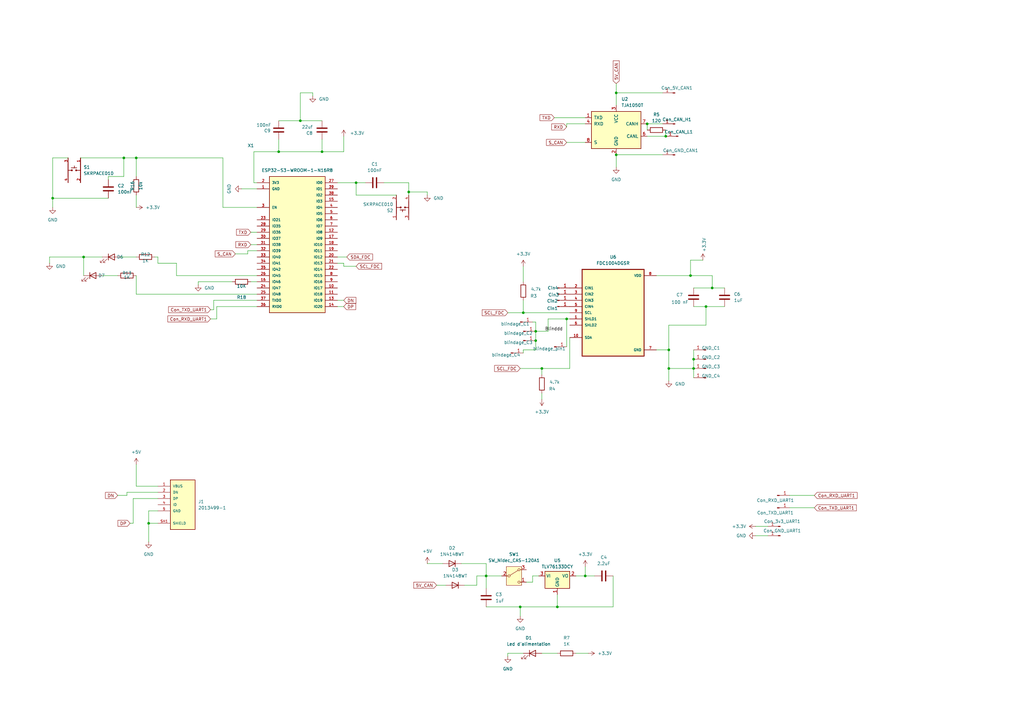
<source format=kicad_sch>
(kicad_sch (version 20250114) (generator "eeschema") (generator_version "9.0")
  (paper "A3")
  (lib_symbols
    (symbol "2013499-1:2013499-1" (pin_names (offset 1.016))
      (property "Reference" "J" (at -5.0918 10.922 0))
      (property "Value" "2013499-1" (at -5.0834 -12.7045 0))
      (symbol "2013499-1_0_0"
        (rectangle (start -5.08 -10.16) (end 5.08 10.16) (stroke (width 0.254)) (fill (type background)))
        (pin power_in line (at -10.16 7.62 0) (length 5.08) (name "VBUS") (number "1"))
        (pin bidirectional line (at -10.16 5.08 0) (length 5.08) (name "DN") (number "2"))
        (pin bidirectional line (at -10.16 2.54 0) (length 5.08) (name "DP") (number "3"))
        (pin bidirectional line (at -10.16 0 0) (length 5.08) (name "ID") (number "4"))
        (pin power_in line (at -10.16 -2.54 0) (length 5.08) (name "GND") (number "5"))
        (pin passive line (at -10.16 -7.62 0) (length 5.08) (name "SHIELD") (number "SH1"))
        (pin passive line (at -10.16 -7.62 0) (length 5.08) (hide yes) (name "SHIELD") (number "SH2"))
        (pin passive line (at -10.16 -7.62 0) (length 5.08) (hide yes) (name "SHIELD") (number "SH3"))
        (pin passive line (at -10.16 -7.62 0) (length 5.08) (hide yes) (name "SHIELD") (number "SH4"))
        (pin passive line (at -10.16 -7.62 0) (length 5.08) (hide yes) (name "SHIELD") (number "SH5"))
        (pin passive line (at -10.16 -7.62 0) (length 5.08) (hide yes) (name "SHIELD") (number "SH6"))
      )
    )
    (symbol "Connector:Conn_01x01_Pin" (pin_names (offset 1.016) (hide yes))
      (property "Reference" "J" (at 0 2.54 0))
      (property "Value" "Conn_01x01_Pin" (at 0 -2.54 0))
      (symbol "Conn_01x01_Pin_1_1"
        (rectangle (start 0.8636 0.127) (end 0 -0.127) (stroke (width 0.1524)) (fill (type outline)))
        (polyline (pts (xy 1.27 0) (xy 0.8636 0)) (stroke (width 0.1524)))
        (pin passive line (at 5.08 0 180) (length 3.81) (name "Pin_1") (number "1"))
      )
    )
    (symbol "Device:C" (pin_numbers (hide yes)) (pin_names (offset 0.254))
      (property "Reference" "C" (at 0.635 2.54 0))
      (property "Value" "C" (at 0.635 -2.54 0))
      (symbol "C_0_1"
        (polyline (pts (xy -2.032 0.762) (xy 2.032 0.762)) (stroke (width 0.508)))
        (polyline (pts (xy -2.032 -0.762) (xy 2.032 -0.762)) (stroke (width 0.508)))
      )
      (symbol "C_1_1"
        (pin passive line (at 0 3.81 270) (length 2.794) (name "~") (number "1"))
        (pin passive line (at 0 -3.81 90) (length 2.794) (name "~") (number "2"))
      )
    )
    (symbol "Device:R" (pin_numbers (hide yes)) (pin_names (offset 0))
      (property "Reference" "R" (at 2.032 0 90))
      (property "Value" "R" (at 0 0 90))
      (symbol "R_0_1"
        (rectangle (start -1.016 -2.54) (end 1.016 2.54) (stroke (width 0.254)))
      )
      (symbol "R_1_1"
        (pin passive line (at 0 3.81 270) (length 1.27) (name "~") (number "1"))
        (pin passive line (at 0 -3.81 90) (length 1.27) (name "~") (number "2"))
      )
    )
    (symbol "Diode:1N4148WT" (pin_numbers (hide yes)) (pin_names (hide yes))
      (property "Reference" "D" (at 0 2.54 0))
      (property "Value" "1N4148WT" (at 0 -2.54 0))
      (symbol "1N4148WT_0_1"
        (polyline (pts (xy -1.27 1.27) (xy -1.27 -1.27)) (stroke (width 0.254)))
        (polyline (pts (xy 1.27 1.27) (xy 1.27 -1.27) (xy -1.27 0) (xy 1.27 1.27)) (stroke (width 0.254)))
        (polyline (pts (xy 1.27 0) (xy -1.27 0)))
      )
      (symbol "1N4148WT_1_1"
        (pin passive line (at -3.81 0 0) (length 2.54) (name "K") (number "1"))
        (pin passive line (at 3.81 0 180) (length 2.54) (name "A") (number "2"))
      )
    )
    (symbol "ESP32-S3-WROOM-1-N16R8:ESP32-S3-WROOM-1-N16R8" (pin_names (offset 1.016))
      (property "Reference" "X" (at -1.27 5.08 0))
      (symbol "ESP32-S3-WROOM-1-N16R8_0_0"
        (rectangle (start 0 -55.88) (end 22.86 0) (stroke (width 0.254)) (fill (type background)))
        (pin bidirectional line (at -5.08 -2.54 0) (length 5.08) (name "3V3") (number "2"))
        (pin bidirectional line (at -5.08 -5.08 0) (length 5.08) (name "GND") (number "1"))
        (pin bidirectional line (at -5.08 -5.08 0) (length 5.08) (hide yes) (name "GND") (number "40"))
        (pin bidirectional line (at -5.08 -5.08 0) (length 5.08) (hide yes) (name "GND") (number "41"))
        (pin bidirectional line (at -5.08 -5.08 0) (length 5.08) (hide yes) (name "GND") (number "42"))
        (pin bidirectional line (at -5.08 -5.08 0) (length 5.08) (hide yes) (name "GND") (number "43"))
        (pin bidirectional line (at -5.08 -5.08 0) (length 5.08) (hide yes) (name "GND") (number "44"))
        (pin bidirectional line (at -5.08 -5.08 0) (length 5.08) (hide yes) (name "GND") (number "45"))
        (pin bidirectional line (at -5.08 -5.08 0) (length 5.08) (hide yes) (name "GND") (number "46"))
        (pin bidirectional line (at -5.08 -5.08 0) (length 5.08) (hide yes) (name "GND") (number "47"))
        (pin bidirectional line (at -5.08 -5.08 0) (length 5.08) (hide yes) (name "GND") (number "48"))
        (pin bidirectional line (at -5.08 -5.08 0) (length 5.08) (hide yes) (name "GND") (number "49"))
        (pin bidirectional line (at -5.08 -12.7 0) (length 5.08) (name "EN") (number "3"))
        (pin bidirectional line (at -5.08 -17.78 0) (length 5.08) (name "IO21") (number "23"))
        (pin bidirectional line (at -5.08 -20.32 0) (length 5.08) (name "IO35") (number "28"))
        (pin bidirectional line (at -5.08 -22.86 0) (length 5.08) (name "IO36") (number "29"))
        (pin bidirectional line (at -5.08 -25.4 0) (length 5.08) (name "IO37") (number "30"))
        (pin bidirectional line (at -5.08 -27.94 0) (length 5.08) (name "IO38") (number "31"))
        (pin bidirectional line (at -5.08 -30.48 0) (length 5.08) (name "IO39") (number "32"))
        (pin bidirectional line (at -5.08 -33.02 0) (length 5.08) (name "IO40") (number "33"))
        (pin bidirectional line (at -5.08 -35.56 0) (length 5.08) (name "IO41") (number "34"))
        (pin bidirectional line (at -5.08 -38.1 0) (length 5.08) (name "IO42") (number "35"))
        (pin bidirectional line (at -5.08 -40.64 0) (length 5.08) (name "IO45") (number "26"))
        (pin bidirectional line (at -5.08 -43.18 0) (length 5.08) (name "IO46") (number "16"))
        (pin bidirectional line (at -5.08 -45.72 0) (length 5.08) (name "IO47") (number "24"))
        (pin bidirectional line (at -5.08 -48.26 0) (length 5.08) (name "IO48") (number "25"))
        (pin bidirectional line (at -5.08 -50.8 0) (length 5.08) (name "TXD0") (number "37"))
        (pin bidirectional line (at -5.08 -53.34 0) (length 5.08) (name "RXD0") (number "36"))
        (pin bidirectional line (at 27.94 -2.54 180) (length 5.08) (name "IO0") (number "27"))
        (pin bidirectional line (at 27.94 -5.08 180) (length 5.08) (name "IO1") (number "39"))
        (pin bidirectional line (at 27.94 -7.62 180) (length 5.08) (name "IO2") (number "38"))
        (pin bidirectional line (at 27.94 -10.16 180) (length 5.08) (name "IO3") (number "15"))
        (pin bidirectional line (at 27.94 -12.7 180) (length 5.08) (name "IO4") (number "4"))
        (pin bidirectional line (at 27.94 -15.24 180) (length 5.08) (name "IO5") (number "5"))
        (pin bidirectional line (at 27.94 -17.78 180) (length 5.08) (name "IO6") (number "6"))
        (pin bidirectional line (at 27.94 -20.32 180) (length 5.08) (name "IO7") (number "7"))
        (pin bidirectional line (at 27.94 -22.86 180) (length 5.08) (name "IO8") (number "12"))
        (pin bidirectional line (at 27.94 -25.4 180) (length 5.08) (name "IO9") (number "17"))
        (pin bidirectional line (at 27.94 -27.94 180) (length 5.08) (name "IO10") (number "18"))
        (pin bidirectional line (at 27.94 -30.48 180) (length 5.08) (name "IO11") (number "19"))
        (pin bidirectional line (at 27.94 -33.02 180) (length 5.08) (name "IO12") (number "20"))
        (pin bidirectional line (at 27.94 -35.56 180) (length 5.08) (name "IO13") (number "21"))
        (pin bidirectional line (at 27.94 -38.1 180) (length 5.08) (name "IO14") (number "22"))
        (pin bidirectional line (at 27.94 -40.64 180) (length 5.08) (name "IO15") (number "8"))
        (pin bidirectional line (at 27.94 -43.18 180) (length 5.08) (name "IO16") (number "9"))
        (pin bidirectional line (at 27.94 -45.72 180) (length 5.08) (name "IO17") (number "10"))
        (pin bidirectional line (at 27.94 -48.26 180) (length 5.08) (name "IO18") (number "11"))
        (pin bidirectional line (at 27.94 -50.8 180) (length 5.08) (name "IO19") (number "13"))
        (pin bidirectional line (at 27.94 -53.34 180) (length 5.08) (name "IO20") (number "14"))
      )
    )
    (symbol "FDC1004DGSR:FDC1004DGSR" (pin_names (offset 1.016))
      (property "Reference" "U" (at -12.7 18.78 0))
      (property "Value" "FDC1004DGSR" (at -12.7 -21.78 0))
      (symbol "FDC1004DGSR_0_0"
        (rectangle (start -12.7 -17.78) (end 12.7 17.78) (stroke (width 0.41)) (fill (type background)))
        (pin input line (at -17.78 10.16 0) (length 5.08) (name "CIN1") (number "2"))
        (pin input line (at -17.78 7.62 0) (length 5.08) (name "CIN2") (number "3"))
        (pin input line (at -17.78 5.08 0) (length 5.08) (name "CIN3") (number "4"))
        (pin input line (at -17.78 2.54 0) (length 5.08) (name "CIN4") (number "5"))
        (pin input line (at -17.78 0 0) (length 5.08) (name "SCL") (number "9"))
        (pin input line (at -17.78 -2.54 0) (length 5.08) (name "SHLD1") (number "1"))
        (pin input line (at -17.78 -5.08 0) (length 5.08) (name "SHLD2") (number "6"))
        (pin bidirectional line (at -17.78 -10.16 0) (length 5.08) (name "SDA") (number "10"))
        (pin power_in line (at 17.78 15.24 180) (length 5.08) (name "VDD") (number "8"))
        (pin power_in line (at 17.78 -15.24 180) (length 5.08) (name "GND") (number "7"))
      )
    )
    (symbol "Interface_CAN_LIN:TJA1051T" (pin_names (offset 1.016))
      (property "Reference" "U" (at -10.16 8.89 0))
      (property "Value" "TJA1051T" (at 1.27 8.89 0))
      (symbol "TJA1051T_0_1"
        (rectangle (start -10.16 7.62) (end 10.16 -7.62) (stroke (width 0.254)) (fill (type background)))
      )
      (symbol "TJA1051T_1_1"
        (pin input line (at -12.7 5.08 0) (length 2.54) (name "TXD") (number "1"))
        (pin output line (at -12.7 2.54 0) (length 2.54) (name "RXD") (number "4"))
        (pin input line (at -12.7 -5.08 0) (length 2.54) (name "S") (number "8"))
        (pin no_connect line (at -10.16 -2.54 0) (length 2.54) (hide yes) (name "NC") (number "5"))
        (pin power_in line (at 0 10.16 270) (length 2.54) (name "VCC") (number "3"))
        (pin power_in line (at 0 -10.16 90) (length 2.54) (name "GND") (number "2"))
        (pin bidirectional line (at 12.7 2.54 180) (length 2.54) (name "CANH") (number "7"))
        (pin bidirectional line (at 12.7 -2.54 180) (length 2.54) (name "CANL") (number "6"))
      )
    )
    (symbol "LED:IR26-21C_L110_TR8" (pin_numbers (hide yes)) (pin_names (offset 1.016) (hide yes))
      (property "Reference" "D" (at 0 2.54 0))
      (property "Value" "IR26-21C_L110_TR8" (at 0 -3.81 0))
      (symbol "IR26-21C_L110_TR8_0_1"
        (polyline (pts (xy -3.048 -0.762) (xy -4.572 -2.286) (xy -3.81 -2.286) (xy -4.572 -2.286) (xy -4.572 -1.524)))
        (polyline (pts (xy -1.778 -0.762) (xy -3.302 -2.286) (xy -2.54 -2.286) (xy -3.302 -2.286) (xy -3.302 -1.524)))
        (polyline (pts (xy -1.27 0) (xy 1.27 0)))
        (polyline (pts (xy -1.27 -1.27) (xy -1.27 1.27)) (stroke (width 0.254)))
        (polyline (pts (xy 1.27 -1.27) (xy 1.27 1.27) (xy -1.27 0) (xy 1.27 -1.27)) (stroke (width 0.254)))
      )
      (symbol "IR26-21C_L110_TR8_1_1"
        (pin passive line (at -3.81 0 0) (length 2.54) (name "K") (number "1"))
        (pin passive line (at 3.81 0 180) (length 2.54) (name "A") (number "2"))
      )
    )
    (symbol "Regulator_Linear:TLV76133DCY"
      (property "Reference" "U" (at -7.62 6.35 0))
      (property "Value" "TLV76133DCY" (at -1.27 6.35 0))
      (symbol "TLV76133DCY_0_1"
        (rectangle (start -5.08 -5.08) (end 5.08 1.905) (stroke (width 0.254)) (fill (type background)))
      )
      (symbol "TLV76133DCY_1_1"
        (pin power_in line (at -7.62 0 0) (length 2.54) (name "VI") (number "3"))
        (pin power_in line (at 0 -7.62 90) (length 2.54) (name "GND") (number "1"))
        (pin power_out line (at 7.62 0 180) (length 2.54) (name "VO") (number "2"))
      )
    )
    (symbol "SKRPACE010:SKRPACE010" (pin_names (offset 1.016))
      (property "Reference" "S" (at -2.5431 5.0863 0))
      (property "Value" "SKRPACE010" (at -2.5442 -5.0884 0))
      (symbol "SKRPACE010_0_0"
        (polyline (pts (xy -5.08 2.54) (xy 5.08 2.54)) (stroke (width 0.254)))
        (polyline (pts (xy -2.54 2.54) (xy 0 2.54)) (stroke (width 0.254)))
        (polyline (pts (xy -2.54 -2.54) (xy 0 -2.54)) (stroke (width 0.254)))
        (polyline (pts (xy -1.016 1.016) (xy -1.016 0)) (stroke (width 0.254)))
        (polyline (pts (xy -1.016 0) (xy -1.778 0)) (stroke (width 0.254)))
        (polyline (pts (xy -1.016 0) (xy -1.016 -1.27)) (stroke (width 0.254)))
        (polyline (pts (xy 0 2.54) (xy 2.54 2.54)) (stroke (width 0.254)))
        (circle (center 0 0.762) (radius 0.254) (stroke (width 0.254)))
        (polyline (pts (xy 0 0.762) (xy 0 2.54)) (stroke (width 0.254)))
        (polyline (pts (xy 0 -1.016) (xy 0 -2.54)) (stroke (width 0.254)))
        (circle (center 0 -1.016) (radius 0.254) (stroke (width 0.254)))
        (polyline (pts (xy 0 -2.54) (xy 2.54 -2.54)) (stroke (width 0.254)))
        (polyline (pts (xy 5.08 -2.54) (xy -5.08 -2.54)) (stroke (width 0.254)))
        (pin bidirectional line (at -5.08 2.54 0) (length 2.54) (name "~") (number "1"))
        (pin bidirectional line (at -5.08 -2.54 0) (length 2.54) (name "~") (number "3"))
        (pin bidirectional line (at 5.08 2.54 180) (length 2.54) (name "~") (number "2"))
        (pin bidirectional line (at 5.08 -2.54 180) (length 2.54) (name "~") (number "4"))
      )
    )
    (symbol "Switch:SW_Nidec_CAS-120A1" (pin_names (offset 1) (hide yes))
      (property "Reference" "SW" (at 0 4.318 0))
      (property "Value" "SW_Nidec_CAS-120A1" (at 0 -5.08 0))
      (symbol "SW_Nidec_CAS-120A1_0_1"
        (circle (center -2.032 0) (radius 0.4572))
        (polyline (pts (xy -1.651 0.254) (xy 1.651 2.286)))
        (circle (center 2.032 2.54) (radius 0.4572))
        (circle (center 2.032 -2.54) (radius 0.4572))
      )
      (symbol "SW_Nidec_CAS-120A1_1_1"
        (rectangle (start -3.175 3.81) (end 3.175 -3.81) (fill (type background)))
        (pin passive line (at -5.08 0 0) (length 2.54) (name "B") (number "2"))
        (pin passive line (at 5.08 2.54 180) (length 2.54) (name "A") (number "3"))
        (pin passive line (at 5.08 -2.54 180) (length 2.54) (name "C") (number "1"))
      )
    )
    (symbol "power:+3.3V" (power) (pin_numbers (hide yes)) (pin_names (offset 0) (hide yes))
      (property "Value" "+3.3V" (at 0 3.556 0))
      (symbol "+3.3V_0_1"
        (polyline (pts (xy -0.762 1.27) (xy 0 2.54)))
        (polyline (pts (xy 0 2.54) (xy 0.762 1.27)))
        (polyline (pts (xy 0 0) (xy 0 2.54)))
      )
      (symbol "+3.3V_1_1"
        (pin power_in line (at 0 0 90) (length 0) (name "~") (number "1"))
      )
    )
    (symbol "power:+5V" (power) (pin_numbers (hide yes)) (pin_names (offset 0) (hide yes))
      (property "Value" "+5V" (at 0 3.556 0))
      (symbol "+5V_0_1"
        (polyline (pts (xy -0.762 1.27) (xy 0 2.54)))
        (polyline (pts (xy 0 2.54) (xy 0.762 1.27)))
        (polyline (pts (xy 0 0) (xy 0 2.54)))
      )
      (symbol "+5V_1_1"
        (pin power_in line (at 0 0 90) (length 0) (name "~") (number "1"))
      )
    )
    (symbol "power:GND" (power) (pin_numbers (hide yes)) (pin_names (offset 0) (hide yes))
      (property "Value" "GND" (at 0 -3.81 0))
      (symbol "GND_0_1"
        (polyline (pts (xy 0 0) (xy 0 -1.27) (xy 1.27 -1.27) (xy 0 -2.54) (xy -1.27 -1.27) (xy 0 -1.27)))
      )
      (symbol "GND_1_1"
        (pin power_in line (at 0 0 270) (length 0) (name "~") (number "1"))
      )
    )
  )
  (junction (at 55.88 64.77))
  (junction (at 289.56 125.73))
  (junction (at 60.96 214.63))
  (junction (at 132.08 62.23))
  (junction (at 274.32 143.51))
  (junction (at 123.19 49.53))
  (junction (at 283.21 113.03))
  (junction (at 284.48 151.13))
  (junction (at 273.05 55.88))
  (junction (at 265.43 50.8))
  (junction (at 21.59 81.28))
  (junction (at 50.8 64.77))
  (junction (at 219.71 139.7))
  (junction (at 232.41 130.81))
  (junction (at 252.73 63.5))
  (junction (at 292.1 118.11))
  (junction (at 199.39 236.22))
  (junction (at 240.03 236.22))
  (junction (at 146.05 74.93))
  (junction (at 274.32 151.13))
  (junction (at 252.73 38.1))
  (junction (at 114.3 62.23))
  (junction (at 167.64 78.74))
  (junction (at 214.63 128.27))
  (junction (at 213.36 248.92))
  (junction (at 284.48 147.32))
  (junction (at 219.71 135.89))
  (junction (at 228.6 248.92))
  (junction (at 34.29 105.41))
  (junction (at 222.25 151.13))
  (wire (pts (xy 34.29 105.41) (xy 34.29 113.03)))
  (wire (pts (xy 208.28 267.97) (xy 208.28 269.24)))
  (wire (pts (xy 232.41 50.8) (xy 240.03 50.8)))
  (wire (pts (xy 284.48 151.13) (xy 284.48 154.94)))
  (wire (pts (xy 41.91 113.03) (xy 48.26 113.03)))
  (wire (pts (xy 87.63 123.19) (xy 105.41 123.19)))
  (wire (pts (xy 179.07 240.03) (xy 182.88 240.03)))
  (wire (pts (xy 146.05 74.93) (xy 149.86 74.93)))
  (wire (pts (xy 49.53 105.41) (xy 55.88 105.41)))
  (wire (pts (xy 146.05 74.93) (xy 138.43 74.93)))
  (wire (pts (xy 284.48 147.32) (xy 284.48 151.13)))
  (wire (pts (xy 102.87 95.25) (xy 105.41 95.25)))
  (wire (pts (xy 232.41 52.07) (xy 232.41 50.8)))
  (wire (pts (xy 251.46 248.92) (xy 228.6 248.92)))
  (wire (pts (xy 232.41 130.81) (xy 232.41 142.24)))
  (wire (pts (xy 309.88 219.71) (xy 314.96 219.71)))
  (wire (pts (xy 214.63 109.22) (xy 214.63 115.57)))
  (wire (pts (xy 214.63 143.51) (xy 219.71 143.51)))
  (wire (pts (xy 21.59 81.28) (xy 44.45 81.28)))
  (wire (pts (xy 146.05 80.01) (xy 146.05 74.93)))
  (wire (pts (xy 222.25 267.97) (xy 228.6 267.97)))
  (wire (pts (xy 167.64 78.74) (xy 175.26 78.74)))
  (wire (pts (xy 60.96 209.55) (xy 60.96 214.63)))
  (wire (pts (xy 132.08 62.23) (xy 114.3 62.23)))
  (wire (pts (xy 21.59 81.28) (xy 21.59 85.09)))
  (wire (pts (xy 105.41 113.03) (xy 72.39 113.03)))
  (wire (pts (xy 283.21 106.68) (xy 283.21 113.03)))
  (wire (pts (xy 104.14 74.93) (xy 105.41 74.93)))
  (wire (pts (xy 219.71 135.89) (xy 224.79 135.89)))
  (wire (pts (xy 20.32 105.41) (xy 34.29 105.41)))
  (wire (pts (xy 64.77 105.41) (xy 64.77 107.95)))
  (wire (pts (xy 240.03 58.42) (xy 232.41 58.42)))
  (wire (pts (xy 215.9 238.76) (xy 218.44 238.76)))
  (wire (pts (xy 64.77 201.93) (xy 52.07 201.93)))
  (wire (pts (xy 138.43 107.95) (xy 140.97 107.95)))
  (wire (pts (xy 218.44 238.76) (xy 218.44 236.22)))
  (wire (pts (xy 189.23 231.14) (xy 199.39 231.14)))
  (wire (pts (xy 50.8 64.77) (xy 55.88 64.77)))
  (wire (pts (xy 72.39 113.03) (xy 72.39 107.95)))
  (wire (pts (xy 33.02 64.77) (xy 50.8 64.77)))
  (wire (pts (xy 138.43 125.73) (xy 140.97 125.73)))
  (wire (pts (xy 240.03 232.41) (xy 240.03 236.22)))
  (wire (pts (xy 208.28 128.27) (xy 214.63 128.27)))
  (wire (pts (xy 157.48 74.93) (xy 167.64 74.93)))
  (wire (pts (xy 167.64 74.93) (xy 167.64 78.74)))
  (wire (pts (xy 214.63 123.19) (xy 214.63 128.27)))
  (wire (pts (xy 213.36 248.92) (xy 228.6 248.92)))
  (wire (pts (xy 273.05 53.34) (xy 273.05 55.88)))
  (wire (pts (xy 54.61 204.47) (xy 54.61 214.63)))
  (wire (pts (xy 265.43 50.8) (xy 265.43 53.34)))
  (wire (pts (xy 20.32 105.41) (xy 20.32 107.95)))
  (wire (pts (xy 123.19 49.53) (xy 123.19 38.1)))
  (wire (pts (xy 284.48 118.11) (xy 292.1 118.11)))
  (wire (pts (xy 218.44 236.22) (xy 220.98 236.22)))
  (wire (pts (xy 227.33 48.26) (xy 240.03 48.26)))
  (wire (pts (xy 284.48 143.51) (xy 284.48 147.32)))
  (wire (pts (xy 102.87 115.57) (xy 105.41 115.57)))
  (wire (pts (xy 292.1 118.11) (xy 292.1 113.03)))
  (wire (pts (xy 105.41 125.73) (xy 88.9 125.73)))
  (wire (pts (xy 289.56 125.73) (xy 289.56 133.35)))
  (wire (pts (xy 60.96 214.63) (xy 64.77 214.63)))
  (wire (pts (xy 123.19 49.53) (xy 114.3 49.53)))
  (wire (pts (xy 21.59 64.77) (xy 21.59 81.28)))
  (wire (pts (xy 114.3 62.23) (xy 114.3 57.15)))
  (wire (pts (xy 219.71 143.51) (xy 219.71 139.7)))
  (wire (pts (xy 233.68 138.43) (xy 233.68 151.13)))
  (wire (pts (xy 64.77 199.39) (xy 55.88 199.39)))
  (wire (pts (xy 55.88 113.03) (xy 55.88 120.65)))
  (wire (pts (xy 86.36 127) (xy 87.63 127)))
  (wire (pts (xy 64.77 209.55) (xy 60.96 209.55)))
  (wire (pts (xy 292.1 118.11) (xy 297.18 118.11)))
  (wire (pts (xy 63.5 105.41) (xy 64.77 105.41)))
  (wire (pts (xy 52.07 203.2) (xy 48.26 203.2)))
  (wire (pts (xy 91.44 85.09) (xy 105.41 85.09)))
  (wire (pts (xy 289.56 125.73) (xy 297.18 125.73)))
  (wire (pts (xy 146.05 80.01) (xy 162.56 80.01)))
  (wire (pts (xy 252.73 34.29) (xy 252.73 38.1)))
  (wire (pts (xy 55.88 80.01) (xy 55.88 85.09)))
  (wire (pts (xy 132.08 62.23) (xy 132.08 57.15)))
  (wire (pts (xy 199.39 231.14) (xy 199.39 236.22)))
  (wire (pts (xy 195.58 240.03) (xy 195.58 236.22)))
  (wire (pts (xy 274.32 151.13) (xy 284.48 151.13)))
  (wire (pts (xy 167.64 78.74) (xy 167.64 80.01)))
  (wire (pts (xy 289.56 133.35) (xy 274.32 133.35)))
  (wire (pts (xy 208.28 267.97) (xy 214.63 267.97)))
  (wire (pts (xy 101.6 104.14) (xy 101.6 102.87)))
  (wire (pts (xy 222.25 163.83) (xy 222.25 161.29)))
  (wire (pts (xy 252.73 68.58) (xy 252.73 63.5)))
  (wire (pts (xy 269.24 143.51) (xy 274.32 143.51)))
  (wire (pts (xy 55.88 64.77) (xy 91.44 64.77)))
  (wire (pts (xy 81.28 115.57) (xy 81.28 116.84)))
  (wire (pts (xy 274.32 143.51) (xy 274.32 151.13)))
  (wire (pts (xy 54.61 214.63) (xy 53.34 214.63)))
  (wire (pts (xy 87.63 127) (xy 87.63 123.19)))
  (wire (pts (xy 138.43 123.19) (xy 140.97 123.19)))
  (wire (pts (xy 88.9 130.81) (xy 86.36 130.81)))
  (wire (pts (xy 64.77 107.95) (xy 72.39 107.95)))
  (wire (pts (xy 284.48 125.73) (xy 289.56 125.73)))
  (wire (pts (xy 219.71 135.89) (xy 219.71 139.7)))
  (wire (pts (xy 140.97 109.22) (xy 146.05 109.22)))
  (wire (pts (xy 251.46 236.22) (xy 251.46 248.92)))
  (wire (pts (xy 265.43 55.88) (xy 273.05 55.88)))
  (wire (pts (xy 199.39 236.22) (xy 199.39 241.3)))
  (wire (pts (xy 252.73 63.5) (xy 271.78 63.5)))
  (wire (pts (xy 240.03 236.22) (xy 243.84 236.22)))
  (wire (pts (xy 140.97 107.95) (xy 140.97 109.22)))
  (wire (pts (xy 105.41 120.65) (xy 55.88 120.65)))
  (wire (pts (xy 213.36 248.92) (xy 213.36 252.73)))
  (wire (pts (xy 233.68 130.81) (xy 232.41 130.81)))
  (wire (pts (xy 274.32 156.21) (xy 274.32 151.13)))
  (wire (pts (xy 288.29 106.68) (xy 283.21 106.68)))
  (wire (pts (xy 140.97 55.88) (xy 140.97 62.23)))
  (wire (pts (xy 128.27 38.1) (xy 123.19 38.1)))
  (wire (pts (xy 236.22 267.97) (xy 241.3 267.97)))
  (wire (pts (xy 175.26 80.01) (xy 175.26 78.74)))
  (wire (pts (xy 175.26 231.14) (xy 181.61 231.14)))
  (wire (pts (xy 55.88 199.39) (xy 55.88 190.5)))
  (wire (pts (xy 274.32 133.35) (xy 274.32 143.51)))
  (wire (pts (xy 228.6 248.92) (xy 228.6 243.84)))
  (wire (pts (xy 96.52 104.14) (xy 101.6 104.14)))
  (wire (pts (xy 219.71 132.08) (xy 219.71 135.89)))
  (wire (pts (xy 99.06 77.47) (xy 105.41 77.47)))
  (wire (pts (xy 236.22 236.22) (xy 240.03 236.22)))
  (wire (pts (xy 60.96 214.63) (xy 60.96 222.25)))
  (wire (pts (xy 88.9 125.73) (xy 88.9 130.81)))
  (wire (pts (xy 232.41 130.81) (xy 224.79 130.81)))
  (wire (pts (xy 104.14 62.23) (xy 104.14 74.93)))
  (wire (pts (xy 102.87 100.33) (xy 105.41 100.33)))
  (wire (pts (xy 199.39 236.22) (xy 205.74 236.22)))
  (wire (pts (xy 323.85 208.28) (xy 334.01 208.28)))
  (wire (pts (xy 44.45 73.66) (xy 44.45 72.39)))
  (wire (pts (xy 283.21 113.03) (xy 269.24 113.03)))
  (wire (pts (xy 309.88 215.9) (xy 314.96 215.9)))
  (wire (pts (xy 265.43 50.8) (xy 271.78 50.8)))
  (wire (pts (xy 21.59 64.77) (xy 27.94 64.77)))
  (wire (pts (xy 34.29 105.41) (xy 41.91 105.41)))
  (wire (pts (xy 214.63 143.51) (xy 214.63 144.78)))
  (wire (pts (xy 132.08 49.53) (xy 123.19 49.53)))
  (wire (pts (xy 50.8 72.39) (xy 50.8 64.77)))
  (wire (pts (xy 101.6 102.87) (xy 105.41 102.87)))
  (wire (pts (xy 44.45 72.39) (xy 50.8 72.39)))
  (wire (pts (xy 199.39 248.92) (xy 213.36 248.92)))
  (wire (pts (xy 64.77 204.47) (xy 54.61 204.47)))
  (wire (pts (xy 252.73 38.1) (xy 271.78 38.1)))
  (wire (pts (xy 55.88 64.77) (xy 55.88 72.39)))
  (wire (pts (xy 213.36 151.13) (xy 222.25 151.13)))
  (wire (pts (xy 138.43 105.41) (xy 142.24 105.41)))
  (wire (pts (xy 222.25 153.67) (xy 222.25 151.13)))
  (wire (pts (xy 214.63 128.27) (xy 233.68 128.27)))
  (wire (pts (xy 323.85 203.2) (xy 334.01 203.2)))
  (wire (pts (xy 190.5 240.03) (xy 195.58 240.03)))
  (wire (pts (xy 195.58 236.22) (xy 199.39 236.22)))
  (wire (pts (xy 128.27 39.37) (xy 128.27 38.1)))
  (wire (pts (xy 292.1 113.03) (xy 283.21 113.03)))
  (wire (pts (xy 233.68 151.13) (xy 222.25 151.13)))
  (wire (pts (xy 252.73 43.18) (xy 252.73 38.1)))
  (wire (pts (xy 140.97 62.23) (xy 132.08 62.23)))
  (wire (pts (xy 218.44 132.08) (xy 219.71 132.08)))
  (wire (pts (xy 52.07 201.93) (xy 52.07 203.2)))
  (wire (pts (xy 91.44 64.77) (xy 91.44 85.09)))
  (wire (pts (xy 224.79 130.81) (xy 224.79 135.89)))
  (wire (pts (xy 81.28 115.57) (xy 95.25 115.57)))
  (wire (pts (xy 104.14 62.23) (xy 114.3 62.23)))
  (label "Blinddd" (at 223.52 135.89 0))
  (global_label "DP" (shape input) (at 140.97 125.73 0) (property "Intersheetrefs" "${INTERSHEET_REFS}" (effects (hide yes))))
  (global_label "TXD" (shape input) (at 227.33 48.26 180) (property "Intersheetrefs" "${INTERSHEET_REFS}" (effects (hide yes))))
  (global_label "TXD" (shape input) (at 102.87 95.25 180) (property "Intersheetrefs" "${INTERSHEET_REFS}" (effects (hide yes))))
  (global_label "Con_TXD_UART1" (shape input) (at 334.01 208.28 0) (property "Intersheetrefs" "${INTERSHEET_REFS}" (effects (hide yes))))
  (global_label "Con_RXD_UART1" (shape input) (at 334.01 203.2 0) (property "Intersheetrefs" "${INTERSHEET_REFS}" (effects (hide yes))))
  (global_label "S_CAN" (shape input) (at 232.41 58.42 180) (property "Intersheetrefs" "${INTERSHEET_REFS}" (effects (hide yes))))
  (global_label "RXD" (shape input) (at 232.41 52.07 180) (property "Intersheetrefs" "${INTERSHEET_REFS}" (effects (hide yes))))
  (global_label "SCL_FDC" (shape input) (at 213.36 151.13 180) (property "Intersheetrefs" "${INTERSHEET_REFS}" (effects (hide yes))))
  (global_label "DN" (shape input) (at 140.97 123.19 0) (property "Intersheetrefs" "${INTERSHEET_REFS}" (effects (hide yes))))
  (global_label "DN" (shape input) (at 48.26 203.2 180) (property "Intersheetrefs" "${INTERSHEET_REFS}" (effects (hide yes))))
  (global_label "DP" (shape input) (at 53.34 214.63 180) (property "Intersheetrefs" "${INTERSHEET_REFS}" (effects (hide yes))))
  (global_label "S_CAN" (shape input) (at 96.52 104.14 180) (property "Intersheetrefs" "${INTERSHEET_REFS}" (effects (hide yes))))
  (global_label "5V_CAN" (shape input) (at 179.07 240.03 180) (property "Intersheetrefs" "${INTERSHEET_REFS}" (effects (hide yes))))
  (global_label "RXD" (shape input) (at 102.87 100.33 180) (property "Intersheetrefs" "${INTERSHEET_REFS}" (effects (hide yes))))
  (global_label "SDA_FDC" (shape input) (at 142.24 105.41 0) (property "Intersheetrefs" "${INTERSHEET_REFS}" (effects (hide yes))))
  (global_label "SCL_FDC" (shape input) (at 146.05 109.22 0) (property "Intersheetrefs" "${INTERSHEET_REFS}" (effects (hide yes))))
  (global_label "Con_RXD_UART1" (shape input) (at 86.36 130.81 180) (property "Intersheetrefs" "${INTERSHEET_REFS}" (effects (hide yes))))
  (global_label "5V_CAN" (shape input) (at 252.73 34.29 90) (property "Intersheetrefs" "${INTERSHEET_REFS}" (effects (hide yes))))
  (global_label "Con_TXD_UART1" (shape input) (at 86.36 127 180) (property "Intersheetrefs" "${INTERSHEET_REFS}" (effects (hide yes))))
  (global_label "SCL_FDC" (shape input) (at 208.28 128.27 180) (property "Intersheetrefs" "${INTERSHEET_REFS}" (effects (hide yes))))
  (symbol (lib_id "LED:IR26-21C_L110_TR8") (at 218.44 267.97 0) (unit 1)
    (property "Reference" "D1" (at 216.8525 261.62 0))
    (property "Value" "Led d'alimentation" (at 216.8525 264.16 0))
    (property "Footprint" "LED_SMD:LED_1206_3216Metric" (effects (hide yes)))
    (property "Datasheet" "http://www.everlight.com/file/ProductFile/IR26-21C-L110-TR8.pdf" (effects (hide yes)))
    (property "Description" "940nm, 20 deg, Infrared LED, 1206" (effects (hide yes)))
  )
  (symbol (lib_id "Connector:Conn_01x01_Pin") (at 228.6 120.65 0) (unit 1)
    (property "Reference" "Cin3" (at 227.076 120.904 0))
    (property "Value" "Conn_01x01_Pin" (effects (hide yes)))
    (property "Footprint" "Connector_PinHeader_1.00mm:PinHeader_1x01_P1.00mm_Vertical" (effects (hide yes)))
    (property "Description" "Generic connector, single row, 01x01, script generated" (effects (hide yes)))
  )
  (symbol (lib_id "power:+3.3V") (at 241.3 267.97 270) (unit 1)
    (property "Reference" "#PWR020" (effects (hide yes)))
    (property "Value" "+3.3V" (at 245.11 267.9699 90) (effects (justify left)))
    (property "Description" "Power symbol creates a global label with name \"+3.3V\"" (effects (hide yes)))
  )
  (symbol (lib_id "Device:C") (at 44.45 77.47 180) (unit 1)
    (property "Reference" "C2" (at 48.26 76.1999 0) (effects (justify right)))
    (property "Value" "100nF" (at 48.26 78.7399 0) (effects (justify right)))
    (property "Footprint" "Capacitor_SMD:CP_Elec_3x5.3" (effects (hide yes)))
    (property "Description" "Unpolarized capacitor" (effects (hide yes)))
  )
  (symbol (lib_id "Device:R") (at 214.63 119.38 180) (unit 1)
    (property "Reference" "R3" (at 220.218 121.412 0) (effects (justify left)))
    (property "Value" "4.7k" (at 221.996 118.618 0) (effects (justify left)))
    (property "Footprint" "Resistor_SMD:R_0201_0603Metric" (effects (hide yes)))
    (property "Description" "Resistor" (effects (hide yes)))
  )
  (symbol (lib_id "power:GND") (at 309.88 219.71 270) (unit 1)
    (property "Reference" "#PWR05" (effects (hide yes)))
    (property "Value" "GND" (at 306.07 219.7099 90) (effects (justify right)))
    (property "Description" "Power symbol creates a global label with name \"GND\" , ground" (effects (hide yes)))
  )
  (symbol (lib_id "Connector:Conn_01x01_Pin") (at 276.86 38.1 180) (unit 1)
    (property "Reference" "Con_5V_CAN1" (at 277.622 36.068 0))
    (property "Value" "Conn_01x01_Pin" (effects (hide yes)))
    (property "Footprint" "Connector_PinHeader_1.00mm:PinHeader_1x01_P1.00mm_Vertical" (effects (hide yes)))
    (property "Description" "Generic connector, single row, 01x01, script generated" (effects (hide yes)))
  )
  (symbol (lib_id "Device:R") (at 55.88 76.2 180) (unit 1)
    (property "Reference" "R16" (at 54.356 76.2 90))
    (property "Value" "10k" (at 57.658 76.2 90))
    (property "Footprint" "Resistor_SMD:R_0201_0603Metric" (effects (hide yes)))
    (property "Description" "Resistor" (effects (hide yes)))
  )
  (symbol (lib_id "power:GND") (at 128.27 39.37 0) (unit 1)
    (property "Reference" "#PWR025" (effects (hide yes)))
    (property "Value" "GND" (at 130.81 40.6399 0) (effects (justify left)))
    (property "Description" "Power symbol creates a global label with name \"GND\" , ground" (effects (hide yes)))
  )
  (symbol (lib_id "Device:R") (at 99.06 115.57 90) (unit 1)
    (property "Reference" "R18" (at 99.06 121.92 90))
    (property "Value" "10K" (at 99.06 117.348 90))
    (property "Footprint" "Resistor_SMD:R_0201_0603Metric" (effects (hide yes)))
    (property "Description" "Resistor" (effects (hide yes)))
  )
  (symbol (lib_id "Connector:Conn_01x01_Pin") (at 289.56 154.94 180) (unit 1)
    (property "Reference" "GND_C4" (at 291.592 154.178 0))
    (property "Value" "Conn_01x01_Pin" (effects (hide yes)))
    (property "Footprint" "Connector_PinHeader_1.00mm:PinHeader_1x01_P1.00mm_Vertical" (effects (hide yes)))
    (property "Description" "Generic connector, single row, 01x01, script generated" (effects (hide yes)))
  )
  (symbol (lib_id "ESP32-S3-WROOM-1-N16R8:ESP32-S3-WROOM-1-N16R8") (at 110.49 72.39 0) (unit 1)
    (property "Reference" "X1" (at 102.87 59.69 0))
    (property "Value" "ESP32-S3-WROOM-1-N16R8" (at 121.92 69.85 0))
    (property "Footprint" "ESP32-S3-WROOM-1-N16R8:ESP32S3WROOM1N8R2" (effects (hide yes)))
    (property "MF" "Espressif Systems" (effects (hide yes)))
    (property "DESCRIPTION" "SMD MODULE, ESP32-S3R8 WITH 3.3V" (effects (hide yes)))
    (property "Package" "NON STANDARD Espressif Systems" (effects (hide yes)))
    (property "SUPPLIER_PART_NUMBER" "1965-ESP32-S3-WROOM-1-N16R8CT-ND" (effects (hide yes)))
    (property "Price" "None" (effects (hide yes)))
    (property "Check_prices" "https://www.snapeda.com/parts/ESP32-S3-WROOM-1-N16R8/Espressif+Systems/view-part/?ref=eda" (effects (hide yes)))
    (property "VALUE" "ESP32-S3-WROOM-1-N16R8" (effects (hide yes)))
    (property "SUPPLIER" "Digikey" (effects (hide yes)))
    (property "SnapEDA_Link" "https://www.snapeda.com/parts/ESP32-S3-WROOM-1-N16R8/Espressif+Systems/view-part/?ref=snap" (effects (hide yes)))
    (property "MP" "ESP32-S3-WROOM-1-N16R8" (effects (hide yes)))
    (property "FOOTPRINT" "SMD" (effects (hide yes)))
    (property "Description_1" "Module émetteur-récepteur Bluetooth, Wi-Fi 802.11b/g/n, Bluetooth v5.0 2,4 GHz, montage en surface sur circuit imprimé." (effects (hide yes)))
    (property "Availability" "In Stock" (effects (hide yes)))
    (property "MANUFACTURER_PART_NUMBER" "ESP32-S3-WROOM-1-N16R8" (effects (hide yes)))
  )
  (symbol (lib_id "Device:R") (at 222.25 157.48 180) (unit 1)
    (property "Reference" "R4" (at 227.838 159.512 0) (effects (justify left)))
    (property "Value" "4.7k" (at 229.616 156.718 0) (effects (justify left)))
    (property "Footprint" "Resistor_SMD:R_0201_0603Metric" (effects (hide yes)))
    (property "Description" "Resistor" (effects (hide yes)))
  )
  (symbol (lib_id "power:GND") (at 175.26 80.01 0) (unit 1)
    (property "Reference" "#PWR04" (effects (hide yes)))
    (property "Value" "GND" (at 177.8 81.2799 0) (effects (justify left)))
    (property "Description" "Power symbol creates a global label with name \"GND\" , ground" (effects (hide yes)))
  )
  (symbol (lib_id "Connector:Conn_01x01_Pin") (at 214.63 139.7 0) (unit 1)
    (property "Reference" "blindage_C3" (at 212.598 140.462 0))
    (property "Value" "Conn_01x01_Pin" (effects (hide yes)))
    (property "Footprint" "Connector_PinHeader_1.00mm:PinHeader_1x01_P1.00mm_Vertical" (effects (hide yes)))
    (property "Description" "Generic connector, single row, 01x01, script generated" (effects (hide yes)))
  )
  (symbol (lib_id "Connector:Conn_01x01_Pin") (at 289.56 143.51 180) (unit 1)
    (property "Reference" "GND_C1" (at 291.592 142.748 0))
    (property "Value" "Conn_01x01_Pin" (effects (hide yes)))
    (property "Footprint" "Connector_PinHeader_1.00mm:PinHeader_1x01_P1.00mm_Vertical" (effects (hide yes)))
    (property "Description" "Generic connector, single row, 01x01, script generated" (effects (hide yes)))
  )
  (symbol (lib_id "power:+3.3V") (at 222.25 163.83 180) (unit 1)
    (property "Reference" "#PWR018" (effects (hide yes)))
    (property "Value" "+3.3V" (at 222.25 168.91 0))
    (property "Description" "Power symbol creates a global label with name \"+3.3V\"" (effects (hide yes)))
  )
  (symbol (lib_id "power:GND") (at 60.96 222.25 0) (unit 1)
    (property "Reference" "#PWR02" (effects (hide yes)))
    (property "Value" "GND" (at 60.96 227.33 0))
    (property "Description" "Power symbol creates a global label with name \"GND\" , ground" (effects (hide yes)))
  )
  (symbol (lib_id "power:GND") (at 20.32 107.95 0) (unit 1)
    (property "Reference" "#PWR024" (effects (hide yes)))
    (property "Value" "GND" (at 22.86 109.2199 0) (effects (justify left)))
    (property "Description" "Power symbol creates a global label with name \"GND\" , ground" (effects (hide yes)))
  )
  (symbol (lib_id "Device:R") (at 52.07 113.03 90) (unit 1)
    (property "Reference" "R13" (at 52.07 112.014 90))
    (property "Value" "1K" (at 52.07 113.792 90))
    (property "Footprint" "Resistor_SMD:R_0201_0603Metric" (effects (hide yes)))
    (property "Description" "Resistor" (effects (hide yes)))
  )
  (symbol (lib_id "Device:C") (at 132.08 53.34 0) (unit 1)
    (property "Reference" "C8" (at 128.27 54.6101 0) (effects (justify right)))
    (property "Value" "22uf" (at 128.27 52.0701 0) (effects (justify right)))
    (property "Footprint" "Capacitor_SMD:CP_Elec_3x5.3" (effects (hide yes)))
    (property "Description" "Unpolarized capacitor" (effects (hide yes)))
  )
  (symbol (lib_id "Connector:Conn_01x01_Pin") (at 228.6 118.11 0) (unit 1)
    (property "Reference" "Cin4" (at 226.822 118.11 0))
    (property "Value" "Conn_01x01_Pin" (effects (hide yes)))
    (property "Footprint" "Connector_PinHeader_1.00mm:PinHeader_1x01_P1.00mm_Vertical" (effects (hide yes)))
    (property "Description" "Generic connector, single row, 01x01, script generated" (effects (hide yes)))
  )
  (symbol (lib_id "2013499-1:2013499-1") (at 74.93 207.01 0) (unit 1)
    (property "Reference" "J1" (at 81.28 205.7399 0) (effects (justify left)))
    (property "Value" "2013499-1" (at 81.28 208.2799 0) (effects (justify left)))
    (property "Footprint" "2013499-1:TE_2013499-1" (effects (hide yes)))
    (property "Check_prices" "https://www.snapeda.com/parts/2013499-1/TE+Connectivity+AMP+Connectors/view-part/?ref=eda" (effects (hide yes)))
    (property "Package" "None" (effects (hide yes)))
    (property "STANDARD" "Manufacturer Recommendations" (effects (hide yes)))
    (property "PARTREV" "B5" (effects (hide yes)))
    (property "SnapEDA_Link" "https://www.snapeda.com/parts/2013499-1/TE+Connectivity+AMP+Connectors/view-part/?ref=snap" (effects (hide yes)))
    (property "Description_1" "MICRO USB, TYPE B" (effects (hide yes)))
    (property "Number_of_Positions" "5" (effects (hide yes)))
    (property "MANUFACTURER" "TE Connectivity" (effects (hide yes)))
    (property "Comment" "2013499-1" (effects (hide yes)))
    (property "MF" "TE Connectivity" (effects (hide yes)))
    (property "Product_Type" "Connector" (effects (hide yes)))
    (property "MAXIMUM_PACKAGE_HEIGHT" "3 mm" (effects (hide yes)))
    (property "Price" "None" (effects (hide yes)))
    (property "MP" "2013499-1" (effects (hide yes)))
    (property "Availability" "In Stock" (effects (hide yes)))
    (property "Centerline_Pitch" ".65 mm[.025 in]" (effects (hide yes)))
  )
  (symbol (lib_id "FDC1004DGSR:FDC1004DGSR") (at 251.46 128.27 0) (unit 1)
    (property "Reference" "U6" (at 251.46 105.41 0))
    (property "Value" "FDC1004DGSR" (at 251.46 107.95 0))
    (property "Footprint" "Package_SO:MSOP-10-1EP_3x3mm_P0.5mm_EP1.73x1.98mm" (effects (hide yes)))
    (property "MF" "Texas Instruments" (effects (hide yes)))
    (property "Description_1" "Convertisseur capacité-numérique 4 canaux, 16 bits, avec pilote de blindage actif" (effects (hide yes)))
    (property "Package" "VSSOP-10 Texas Instruments" (effects (hide yes)))
    (property "Price" "None" (effects (hide yes)))
    (property "SnapEDA_Link" "https://www.snapeda.com/parts/FDC1004DGSR/Texas+Instruments/view-part/?ref=snap" (effects (hide yes)))
    (property "MP" "FDC1004DGSR" (effects (hide yes)))
    (property "Availability" "In Stock" (effects (hide yes)))
    (property "Check_prices" "https://www.snapeda.com/parts/FDC1004DGSR/Texas+Instruments/view-part/?ref=eda" (effects (hide yes)))
  )
  (symbol (lib_id "Device:C") (at 114.3 53.34 0) (unit 1)
    (property "Reference" "C9" (at 110.998 53.594 0) (effects (justify right)))
    (property "Value" "100nF" (at 111.252 51.308 0) (effects (justify right)))
    (property "Footprint" "Capacitor_SMD:CP_Elec_3x5.3" (effects (hide yes)))
    (property "Description" "Unpolarized capacitor" (effects (hide yes)))
  )
  (symbol (lib_id "Connector:Conn_01x01_Pin") (at 227.33 142.24 0) (unit 1)
    (property "Reference" "blindage_pin1" (at 225.298 143.002 0))
    (property "Value" "Conn_01x01_Pin" (effects (hide yes)))
    (property "Footprint" "Connector_PinHeader_1.00mm:PinHeader_1x01_P1.00mm_Vertical" (effects (hide yes)))
    (property "Description" "Generic connector, single row, 01x01, script generated" (effects (hide yes)))
  )
  (symbol (lib_id "power:+3.3V") (at 214.63 109.22 0) (unit 1)
    (property "Reference" "#PWR017" (effects (hide yes)))
    (property "Value" "+3.3V" (at 214.63 104.14 0))
    (property "Description" "Power symbol creates a global label with name \"+3.3V\"" (effects (hide yes)))
  )
  (symbol (lib_id "power:GND") (at 208.28 269.24 0) (unit 1)
    (property "Reference" "#PWR021" (effects (hide yes)))
    (property "Value" "GND" (at 208.28 274.32 0))
    (property "Description" "Power symbol creates a global label with name \"GND\" , ground" (effects (hide yes)))
  )
  (symbol (lib_id "Connector:Conn_01x01_Pin") (at 228.6 125.73 0) (unit 1)
    (property "Reference" "Cin1" (at 226.568 126.492 0))
    (property "Value" "Conn_01x01_Pin" (effects (hide yes)))
    (property "Footprint" "Connector_PinHeader_1.00mm:PinHeader_1x01_P1.00mm_Vertical" (effects (hide yes)))
    (property "Description" "Generic connector, single row, 01x01, script generated" (effects (hide yes)))
  )
  (symbol (lib_id "power:GND") (at 81.28 116.84 0) (unit 1)
    (property "Reference" "#PWR010" (effects (hide yes)))
    (property "Value" "GND" (at 83.82 118.1099 0) (effects (justify left)))
    (property "Description" "Power symbol creates a global label with name \"GND\" , ground" (effects (hide yes)))
  )
  (symbol (lib_id "SKRPACE010:SKRPACE010") (at 165.1 85.09 90) (unit 1)
    (property "Reference" "S2" (at 161.29 86.3601 90) (effects (justify left)))
    (property "Value" "SKRPACE010" (at 161.29 83.8201 90) (effects (justify left)))
    (property "Footprint" "SKRPACE010:SW_SKRPACE010" (effects (hide yes)))
    (property "MF" "ALPS" (effects (hide yes)))
    (property "Description_1" "Interrupteur tactile NO SPST, bouton coudé en J, 0,05 A, 16 V CC, 2,55 Nm, CMS, automobile, T/R" (effects (hide yes)))
    (property "Package" "None" (effects (hide yes)))
    (property "Price" "None" (effects (hide yes)))
    (property "Check_prices" "https://www.snapeda.com/parts/SKRPACE010/ALPS/view-part/?ref=eda" (effects (hide yes)))
    (property "STANDARD" "Maniufacturer Recommendations" (effects (hide yes)))
    (property "SnapEDA_Link" "https://www.snapeda.com/parts/SKRPACE010/ALPS/view-part/?ref=snap" (effects (hide yes)))
    (property "MP" "SKRPACE010" (effects (hide yes)))
    (property "Availability" "In Stock" (effects (hide yes)))
    (property "MANUFACTURER" "ALPS" (effects (hide yes)))
  )
  (symbol (lib_id "SKRPACE010:SKRPACE010") (at 30.48 69.85 270) (unit 1)
    (property "Reference" "S1" (at 34.29 68.5799 90) (effects (justify left)))
    (property "Value" "SKRPACE010" (at 34.29 71.1199 90) (effects (justify left)))
    (property "Footprint" "SKRPACE010:SW_SKRPACE010" (effects (hide yes)))
    (property "MF" "ALPS" (effects (hide yes)))
    (property "Description_1" "Interrupteur tactile NO SPST, bouton coudé en J, 0,05 A, 16 V CC, 2,55 Nm, CMS, automobile, T/R" (effects (hide yes)))
    (property "Package" "None" (effects (hide yes)))
    (property "Price" "None" (effects (hide yes)))
    (property "Check_prices" "https://www.snapeda.com/parts/SKRPACE010/ALPS/view-part/?ref=eda" (effects (hide yes)))
    (property "STANDARD" "Maniufacturer Recommendations" (effects (hide yes)))
    (property "SnapEDA_Link" "https://www.snapeda.com/parts/SKRPACE010/ALPS/view-part/?ref=snap" (effects (hide yes)))
    (property "MP" "SKRPACE010" (effects (hide yes)))
    (property "Availability" "In Stock" (effects (hide yes)))
    (property "MANUFACTURER" "ALPS" (effects (hide yes)))
  )
  (symbol (lib_id "LED:IR26-21C_L110_TR8") (at 45.72 105.41 0) (unit 1)
    (property "Reference" "D6" (at 49.276 105.41 0))
    (property "Value" "IR26-21C_L110_TR8" (effects (hide yes)))
    (property "Footprint" "LED_SMD:LED_1206_3216Metric" (effects (hide yes)))
    (property "Datasheet" "http://www.everlight.com/file/ProductFile/IR26-21C-L110-TR8.pdf" (effects (hide yes)))
    (property "Description" "940nm, 20 deg, Infrared LED, 1206" (effects (hide yes)))
  )
  (symbol (lib_id "power:+5V") (at 175.26 231.14 0) (unit 1)
    (property "Reference" "#PWR011" (effects (hide yes)))
    (property "Value" "+5V" (at 175.26 226.06 0))
    (property "Description" "Power symbol creates a global label with name \"+5V\"" (effects (hide yes)))
  )
  (symbol (lib_id "Connector:Conn_01x01_Pin") (at 214.63 135.89 0) (unit 1)
    (property "Reference" "blindage_C2" (at 212.598 136.652 0))
    (property "Value" "Conn_01x01_Pin" (effects (hide yes)))
    (property "Footprint" "Connector_PinHeader_1.00mm:PinHeader_1x01_P1.00mm_Vertical" (effects (hide yes)))
    (property "Description" "Generic connector, single row, 01x01, script generated" (effects (hide yes)))
  )
  (symbol (lib_id "power:GND") (at 252.73 68.58 0) (unit 1)
    (property "Reference" "#PWR027" (effects (hide yes)))
    (property "Value" "GND" (at 252.73 73.66 0))
    (property "Description" "Power symbol creates a global label with name \"GND\" , ground" (effects (hide yes)))
  )
  (symbol (lib_id "power:+3.3V") (at 288.29 106.68 0) (unit 1)
    (property "Reference" "#PWR022" (effects (hide yes)))
    (property "Value" "+3.3V" (at 288.798 103.378 90) (effects (justify left)))
    (property "Description" "Power symbol creates a global label with name \"+3.3V\"" (effects (hide yes)))
  )
  (symbol (lib_id "Diode:1N4148WT") (at 185.42 231.14 180) (unit 1)
    (property "Reference" "D2" (at 185.42 224.79 0))
    (property "Value" "1N4148WT" (at 185.42 227.33 0))
    (property "Footprint" "Diode_SMD:D_SOD-523" (effects (hide yes)))
    (property "Datasheet" "https://www.diodes.com/assets/Datasheets/ds30396.pdf" (effects (hide yes)))
    (property "Description" "75V 0.15A Fast switching Diode, SOD-523" (effects (hide yes)))
    (property "Sim.Device" "D" (effects (hide yes)))
    (property "Sim.Pins" "1=K 2=A" (effects (hide yes)))
  )
  (symbol (lib_id "Connector:Conn_01x01_Pin") (at 276.86 63.5 180) (unit 1)
    (property "Reference" "Con_GND_CAN1" (at 279.146 61.722 0))
    (property "Value" "Conn_01x01_Pin" (effects (hide yes)))
    (property "Footprint" "Connector_PinHeader_1.00mm:PinHeader_1x01_P1.00mm_Vertical" (effects (hide yes)))
    (property "Description" "Generic connector, single row, 01x01, script generated" (effects (hide yes)))
  )
  (symbol (lib_id "Switch:SW_Nidec_CAS-120A1") (at 210.82 236.22 0) (unit 1)
    (property "Reference" "SW1" (at 210.82 227.33 0))
    (property "Value" "SW_Nidec_CAS-120A1" (at 210.82 229.87 0))
    (property "Footprint" "Button_Switch_SMD:Nidec_Copal_CAS-120A" (effects (hide yes)))
    (property "Datasheet" "https://www.nidec-components.com/e/catalog/switch/cas.pdf" (effects (hide yes)))
    (property "Description" "Switch, single pole double throw" (effects (hide yes)))
  )
  (symbol (lib_id "LED:IR26-21C_L110_TR8") (at 38.1 113.03 0) (unit 1)
    (property "Reference" "D7" (at 41.656 113.03 0))
    (property "Value" "IR26-21C_L110_TR8" (effects (hide yes)))
    (property "Footprint" "LED_SMD:LED_1206_3216Metric" (effects (hide yes)))
    (property "Datasheet" "http://www.everlight.com/file/ProductFile/IR26-21C-L110-TR8.pdf" (effects (hide yes)))
    (property "Description" "940nm, 20 deg, Infrared LED, 1206" (effects (hide yes)))
  )
  (symbol (lib_id "Connector:Conn_01x01_Pin") (at 320.04 219.71 180) (unit 1)
    (property "Reference" "Con_GND_UART1" (at 320.802 217.678 0))
    (property "Value" "Conn_01x01_Pin" (effects (hide yes)))
    (property "Footprint" "Connector_PinHeader_1.00mm:PinHeader_1x01_P1.00mm_Vertical" (effects (hide yes)))
    (property "Description" "Generic connector, single row, 01x01, script generated" (effects (hide yes)))
  )
  (symbol (lib_id "power:GND") (at 274.32 156.21 0) (unit 1)
    (property "Reference" "#PWR06" (effects (hide yes)))
    (property "Value" "GND" (at 276.86 157.4799 0) (effects (justify left)))
    (property "Description" "Power symbol creates a global label with name \"GND\" , ground" (effects (hide yes)))
  )
  (symbol (lib_id "Device:C") (at 297.18 121.92 180) (unit 1)
    (property "Reference" "C6" (at 300.99 120.6499 0) (effects (justify right)))
    (property "Value" "1uF" (at 300.99 123.1899 0) (effects (justify right)))
    (property "Footprint" "Capacitor_SMD:CP_Elec_3x5.3" (effects (hide yes)))
    (property "Description" "Unpolarized capacitor" (effects (hide yes)))
  )
  (symbol (lib_id "Connector:Conn_01x01_Pin") (at 289.56 147.32 180) (unit 1)
    (property "Reference" "GND_C2" (at 291.592 146.558 0))
    (property "Value" "Conn_01x01_Pin" (effects (hide yes)))
    (property "Footprint" "Connector_PinHeader_1.00mm:PinHeader_1x01_P1.00mm_Vertical" (effects (hide yes)))
    (property "Description" "Generic connector, single row, 01x01, script generated" (effects (hide yes)))
  )
  (symbol (lib_id "Device:C") (at 284.48 121.92 180) (unit 1)
    (property "Reference" "C7" (at 277.368 120.904 0) (effects (justify right)))
    (property "Value" "100 nF" (at 275.336 123.952 0) (effects (justify right)))
    (property "Footprint" "Capacitor_SMD:CP_Elec_3x5.3" (effects (hide yes)))
    (property "Description" "Unpolarized capacitor" (effects (hide yes)))
  )
  (symbol (lib_id "Interface_CAN_LIN:TJA1051T") (at 252.73 53.34 0) (unit 1)
    (property "Reference" "U2" (at 254.8733 40.64 0) (effects (justify left)))
    (property "Value" "TJA1050T" (at 254.8733 43.18 0) (effects (justify left)))
    (property "Footprint" "Package_SO:SOIC-8_3.9x4.9mm_P1.27mm" (effects (hide yes)))
    (property "Datasheet" "http://www.nxp.com/docs/en/data-sheet/TJA1051.pdf" (effects (hide yes)))
    (property "Description" "High-Speed CAN Transceiver, silent mode, SOIC-8" (effects (hide yes)))
  )
  (symbol (lib_id "power:GND") (at 99.06 77.47 270) (unit 1)
    (property "Reference" "#PWR03" (effects (hide yes)))
    (property "Value" "GND" (at 93.98 77.47 0))
    (property "Description" "Power symbol creates a global label with name \"GND\" , ground" (effects (hide yes)))
  )
  (symbol (lib_id "Connector:Conn_01x01_Pin") (at 228.6 123.19 0) (unit 1)
    (property "Reference" "Cin2" (at 226.568 123.444 0))
    (property "Value" "Conn_01x01_Pin" (effects (hide yes)))
    (property "Footprint" "Connector_PinHeader_1.00mm:PinHeader_1x01_P1.00mm_Vertical" (effects (hide yes)))
    (property "Description" "Generic connector, single row, 01x01, script generated" (effects (hide yes)))
  )
  (symbol (lib_id "power:GND") (at 213.36 252.73 0) (unit 1)
    (property "Reference" "#PWR08" (effects (hide yes)))
    (property "Value" "GND" (at 213.36 257.81 0))
    (property "Description" "Power symbol creates a global label with name \"GND\" , ground" (effects (hide yes)))
  )
  (symbol (lib_id "Connector:Conn_01x01_Pin") (at 278.13 55.88 180) (unit 1)
    (property "Reference" "Con_CAN_L1" (at 278.384 54.102 0))
    (property "Value" "Conn_01x01_Pin" (effects (hide yes)))
    (property "Footprint" "Connector_PinHeader_1.00mm:PinHeader_1x01_P1.00mm_Vertical" (effects (hide yes)))
    (property "Description" "Generic connector, single row, 01x01, script generated" (effects (hide yes)))
  )
  (symbol (lib_id "Device:C") (at 153.67 74.93 90) (unit 1)
    (property "Reference" "C1" (at 153.67 67.31 90))
    (property "Value" "100nF" (at 153.67 69.85 90))
    (property "Footprint" "Capacitor_SMD:CP_Elec_3x5.3" (effects (hide yes)))
    (property "Description" "Unpolarized capacitor" (effects (hide yes)))
  )
  (symbol (lib_id "Connector:Conn_01x01_Pin") (at 276.86 50.8 180) (unit 1)
    (property "Reference" "Con_CAN_H1" (at 277.622 49.022 0))
    (property "Value" "Conn_01x01_Pin" (effects (hide yes)))
    (property "Footprint" "Connector_PinHeader_1.00mm:PinHeader_1x01_P1.00mm_Vertical" (effects (hide yes)))
    (property "Description" "Generic connector, single row, 01x01, script generated" (effects (hide yes)))
  )
  (symbol (lib_id "Device:C") (at 199.39 245.11 0) (unit 1)
    (property "Reference" "C3" (at 203.2 243.8399 0) (effects (justify left)))
    (property "Value" "1uF" (at 203.2 246.3799 0) (effects (justify left)))
    (property "Footprint" "Capacitor_SMD:CP_Elec_3x5.3" (effects (hide yes)))
    (property "Description" "Unpolarized capacitor" (effects (hide yes)))
  )
  (symbol (lib_id "Connector:Conn_01x01_Pin") (at 209.55 144.78 0) (unit 1)
    (property "Reference" "blindage_C4" (at 207.518 145.542 0))
    (property "Value" "Conn_01x01_Pin" (effects (hide yes)))
    (property "Footprint" "Connector_PinHeader_1.00mm:PinHeader_1x01_P1.00mm_Vertical" (effects (hide yes)))
    (property "Description" "Generic connector, single row, 01x01, script generated" (effects (hide yes)))
  )
  (symbol (lib_id "Connector:Conn_01x01_Pin") (at 289.56 151.13 180) (unit 1)
    (property "Reference" "GND_C3" (at 291.592 150.368 0))
    (property "Value" "Conn_01x01_Pin" (effects (hide yes)))
    (property "Footprint" "Connector_PinHeader_1.00mm:PinHeader_1x01_P1.00mm_Vertical" (effects (hide yes)))
    (property "Description" "Generic connector, single row, 01x01, script generated" (effects (hide yes)))
  )
  (symbol (lib_id "Connector:Conn_01x01_Pin") (at 318.77 203.2 0) (unit 1)
    (property "Reference" "Con_RXD_UART1" (at 318.008 205.232 0))
    (property "Value" "Conn_01x01_Pin" (effects (hide yes)))
    (property "Footprint" "Connector_PinHeader_1.00mm:PinHeader_1x01_P1.00mm_Vertical" (effects (hide yes)))
    (property "Description" "Generic connector, single row, 01x01, script generated" (effects (hide yes)))
  )
  (symbol (lib_id "Device:C") (at 247.65 236.22 90) (unit 1)
    (property "Reference" "C4" (at 247.65 228.6 90))
    (property "Value" "2.2uF" (at 247.65 231.14 90))
    (property "Footprint" "Capacitor_SMD:CP_Elec_3x5.3" (effects (hide yes)))
    (property "Description" "Unpolarized capacitor" (effects (hide yes)))
  )
  (symbol (lib_id "Regulator_Linear:TLV76133DCY") (at 228.6 236.22 0) (unit 1)
    (property "Reference" "U5" (at 228.6 229.87 0))
    (property "Value" "TLV76133DCY" (at 228.6 232.41 0))
    (property "Footprint" "Package_TO_SOT_SMD:SOT-223-3_TabPin2" (effects (hide yes)))
    (property "Datasheet" "https://www.ti.com/lit/ds/symlink/tlv761.pdf" (effects (hide yes)))
    (property "Description" "3.3V, 1A, Low Noise, High-PSRR LDO Regulator, 2.5V...16V input, SOT-223" (effects (hide yes)))
  )
  (symbol (lib_id "Diode:1N4148WT") (at 186.69 240.03 180) (unit 1)
    (property "Reference" "D3" (at 186.69 233.68 0))
    (property "Value" "1N4148WT" (at 186.69 236.22 0))
    (property "Footprint" "Diode_SMD:D_SOD-523" (effects (hide yes)))
    (property "Datasheet" "https://www.diodes.com/assets/Datasheets/ds30396.pdf" (effects (hide yes)))
    (property "Description" "75V 0.15A Fast switching Diode, SOD-523" (effects (hide yes)))
    (property "Sim.Device" "D" (effects (hide yes)))
    (property "Sim.Pins" "1=K 2=A" (effects (hide yes)))
  )
  (symbol (lib_id "power:+3.3V") (at 309.88 215.9 90) (unit 1)
    (property "Reference" "#PWR014" (effects (hide yes)))
    (property "Value" "+3.3V" (at 306.07 215.8999 90) (effects (justify left)))
    (property "Description" "Power symbol creates a global label with name \"+3.3V\"" (effects (hide yes)))
  )
  (symbol (lib_id "power:+3.3V") (at 140.97 55.88 0) (unit 1)
    (property "Reference" "#PWR013" (effects (hide yes)))
    (property "Value" "+3.3V" (at 143.51 54.6099 0) (effects (justify left)))
    (property "Description" "Power symbol creates a global label with name \"+3.3V\"" (effects (hide yes)))
  )
  (symbol (lib_id "Device:R") (at 232.41 267.97 90) (unit 1)
    (property "Reference" "R7" (at 232.41 261.62 90))
    (property "Value" "1K" (at 232.41 264.16 90))
    (property "Footprint" "Resistor_SMD:R_0201_0603Metric" (effects (hide yes)))
    (property "Description" "Resistor" (effects (hide yes)))
  )
  (symbol (lib_id "Device:R") (at 59.69 105.41 90) (unit 1)
    (property "Reference" "R12" (at 59.69 104.394 90))
    (property "Value" "1K" (at 59.69 106.934 90))
    (property "Footprint" "Resistor_SMD:R_0201_0603Metric" (effects (hide yes)))
    (property "Description" "Resistor" (effects (hide yes)))
  )
  (symbol (lib_id "power:+3.3V") (at 240.03 232.41 0) (unit 1)
    (property "Reference" "#PWR09" (effects (hide yes)))
    (property "Value" "+3.3V" (at 240.03 227.33 0))
    (property "Description" "Power symbol creates a global label with name \"+3.3V\"" (effects (hide yes)))
  )
  (symbol (lib_id "power:GND") (at 21.59 85.09 0) (unit 1)
    (property "Reference" "#PWR012" (effects (hide yes)))
    (property "Value" "GND" (at 21.59 90.17 0))
    (property "Description" "Power symbol creates a global label with name \"GND\" , ground" (effects (hide yes)))
  )
  (symbol (lib_id "Connector:Conn_01x01_Pin") (at 318.77 208.28 0) (unit 1)
    (property "Reference" "Con_TXD_UART1" (at 318.008 210.312 0))
    (property "Value" "Conn_01x01_Pin" (effects (hide yes)))
    (property "Footprint" "Connector_PinHeader_1.00mm:PinHeader_1x01_P1.00mm_Vertical" (effects (hide yes)))
    (property "Description" "Generic connector, single row, 01x01, script generated" (effects (hide yes)))
  )
  (symbol (lib_id "Connector:Conn_01x01_Pin") (at 320.04 215.9 180) (unit 1)
    (property "Reference" "Con_3v3_UART1" (at 320.802 213.868 0))
    (property "Value" "Conn_01x01_Pin" (effects (hide yes)))
    (property "Footprint" "Connector_PinHeader_1.00mm:PinHeader_1x01_P1.00mm_Vertical" (effects (hide yes)))
    (property "Description" "Generic connector, single row, 01x01, script generated" (effects (hide yes)))
  )
  (symbol (lib_id "Connector:Conn_01x01_Pin") (at 213.36 132.08 0) (unit 1)
    (property "Reference" "blindage_C1" (at 211.328 132.842 0))
    (property "Value" "Conn_01x01_Pin" (effects (hide yes)))
    (property "Footprint" "Connector_PinHeader_1.00mm:PinHeader_1x01_P1.00mm_Vertical" (effects (hide yes)))
    (property "Description" "Generic connector, single row, 01x01, script generated" (effects (hide yes)))
  )
  (symbol (lib_id "power:+5V") (at 55.88 190.5 0) (unit 1)
    (property "Reference" "#PWR01" (effects (hide yes)))
    (property "Value" "+5V" (at 55.88 185.42 0))
    (property "Description" "Power symbol creates a global label with name \"+5V\"" (effects (hide yes)))
  )
  (symbol (lib_id "power:+3.3V") (at 55.88 85.09 270) (unit 1)
    (property "Reference" "#PWR07" (effects (hide yes)))
    (property "Value" "+3.3V" (at 59.69 85.0899 90) (effects (justify left)))
    (property "Description" "Power symbol creates a global label with name \"+3.3V\"" (effects (hide yes)))
  )
  (symbol (lib_id "Device:R") (at 269.24 53.34 90) (unit 1)
    (property "Reference" "R5" (at 269.24 46.99 90))
    (property "Value" "120" (at 269.24 49.53 90))
    (property "Footprint" "Resistor_SMD:R_0201_0603Metric" (effects (hide yes)))
    (property "Description" "Resistor" (effects (hide yes)))
  )
)
</source>
